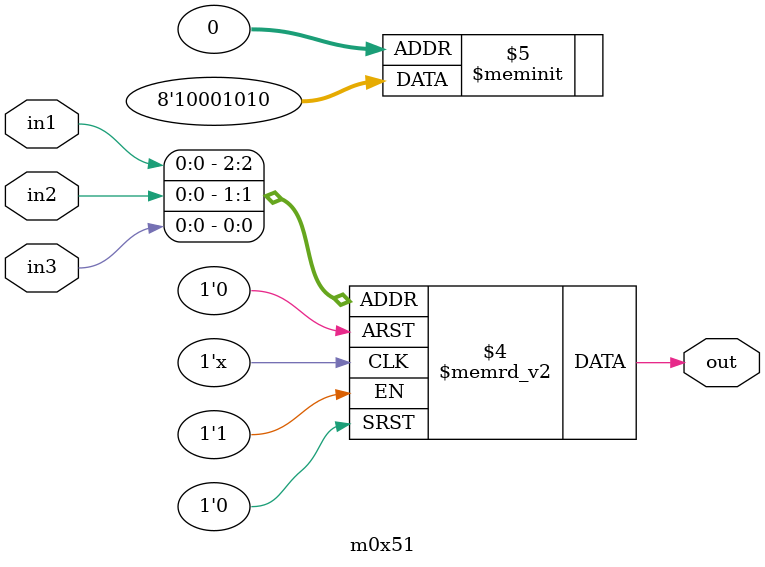
<source format=v>
module m0x51(output out, input in1, in2, in3);

   always @(in1, in2, in3)
     begin
        case({in1, in2, in3})
          3'b000: {out} = 1'b0;
          3'b001: {out} = 1'b1;
          3'b010: {out} = 1'b0;
          3'b011: {out} = 1'b1;
          3'b100: {out} = 1'b0;
          3'b101: {out} = 1'b0;
          3'b110: {out} = 1'b0;
          3'b111: {out} = 1'b1;
        endcase // case ({in1, in2, in3})
     end // always @ (in1, in2, in3)

endmodule // m0x51
</source>
